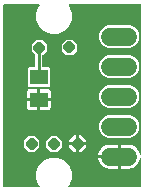
<source format=gbr>
G04 EAGLE Gerber RS-274X export*
G75*
%MOMM*%
%FSLAX34Y34*%
%LPD*%
%INBottom Copper*%
%IPPOS*%
%AMOC8*
5,1,8,0,0,1.08239X$1,22.5*%
G01*
%ADD10P,1.034332X8X292.500000*%
%ADD11C,1.524000*%
%ADD12R,1.500000X1.300000*%
%ADD13C,0.254000*%

G36*
X35348Y5096D02*
X35348Y5096D01*
X35437Y5106D01*
X35458Y5116D01*
X35482Y5120D01*
X35558Y5166D01*
X35638Y5205D01*
X35654Y5222D01*
X35675Y5235D01*
X35731Y5304D01*
X35792Y5368D01*
X35801Y5390D01*
X35816Y5409D01*
X35845Y5493D01*
X35879Y5575D01*
X35880Y5599D01*
X35888Y5621D01*
X35885Y5710D01*
X35889Y5799D01*
X35882Y5822D01*
X35881Y5846D01*
X35848Y5928D01*
X35821Y6013D01*
X35805Y6034D01*
X35797Y6053D01*
X35763Y6091D01*
X35709Y6163D01*
X35215Y6657D01*
X32919Y12200D01*
X32919Y18200D01*
X35215Y23743D01*
X39457Y27985D01*
X45000Y30281D01*
X51000Y30281D01*
X56543Y27985D01*
X60785Y23743D01*
X63081Y18200D01*
X63081Y12200D01*
X60785Y6657D01*
X60291Y6163D01*
X60240Y6090D01*
X60184Y6021D01*
X60176Y5999D01*
X60163Y5979D01*
X60141Y5893D01*
X60112Y5809D01*
X60113Y5785D01*
X60107Y5762D01*
X60116Y5673D01*
X60119Y5584D01*
X60128Y5563D01*
X60130Y5539D01*
X60170Y5459D01*
X60203Y5377D01*
X60219Y5359D01*
X60229Y5338D01*
X60294Y5277D01*
X60354Y5211D01*
X60375Y5200D01*
X60393Y5184D01*
X60475Y5149D01*
X60554Y5108D01*
X60580Y5105D01*
X60599Y5096D01*
X60650Y5094D01*
X60739Y5081D01*
X121285Y5081D01*
X121350Y5092D01*
X121416Y5094D01*
X121459Y5112D01*
X121506Y5120D01*
X121563Y5154D01*
X121623Y5179D01*
X121658Y5210D01*
X121699Y5235D01*
X121741Y5286D01*
X121789Y5330D01*
X121811Y5372D01*
X121840Y5409D01*
X121861Y5471D01*
X121892Y5530D01*
X121900Y5584D01*
X121912Y5621D01*
X121911Y5661D01*
X121919Y5715D01*
X121919Y29530D01*
X121908Y29592D01*
X121907Y29655D01*
X121888Y29702D01*
X121880Y29751D01*
X121847Y29805D01*
X121824Y29864D01*
X121791Y29901D01*
X121765Y29944D01*
X121717Y29984D01*
X121674Y30031D01*
X121630Y30054D01*
X121591Y30085D01*
X121532Y30106D01*
X121476Y30135D01*
X121426Y30141D01*
X121379Y30157D01*
X121316Y30155D01*
X121253Y30163D01*
X121204Y30152D01*
X121154Y30151D01*
X121096Y30127D01*
X121035Y30113D01*
X120993Y30085D01*
X120947Y30066D01*
X120900Y30024D01*
X120847Y29989D01*
X120818Y29949D01*
X120781Y29915D01*
X120752Y29859D01*
X120715Y29808D01*
X120697Y29752D01*
X120678Y29715D01*
X120672Y29671D01*
X120659Y29629D01*
X120531Y28821D01*
X120036Y27300D01*
X119310Y25875D01*
X118370Y24581D01*
X117239Y23450D01*
X115945Y22510D01*
X114520Y21784D01*
X112999Y21289D01*
X111420Y21039D01*
X104269Y21039D01*
X104269Y30565D01*
X104258Y30630D01*
X104256Y30695D01*
X104238Y30739D01*
X104230Y30786D01*
X104196Y30842D01*
X104171Y30903D01*
X104139Y30938D01*
X104115Y30979D01*
X104064Y31020D01*
X104020Y31069D01*
X103978Y31091D01*
X103941Y31120D01*
X103879Y31141D01*
X103820Y31171D01*
X103766Y31180D01*
X103729Y31192D01*
X103689Y31191D01*
X103635Y31199D01*
X102999Y31199D01*
X102999Y31201D01*
X103635Y31201D01*
X103700Y31213D01*
X103765Y31214D01*
X103809Y31232D01*
X103856Y31241D01*
X103913Y31274D01*
X103973Y31299D01*
X104008Y31331D01*
X104049Y31355D01*
X104090Y31406D01*
X104139Y31450D01*
X104161Y31492D01*
X104190Y31529D01*
X104211Y31591D01*
X104242Y31650D01*
X104250Y31704D01*
X104262Y31741D01*
X104261Y31781D01*
X104269Y31835D01*
X104269Y41361D01*
X111420Y41361D01*
X112999Y41111D01*
X114520Y40616D01*
X115945Y39890D01*
X117239Y38950D01*
X118370Y37819D01*
X119310Y36525D01*
X120036Y35100D01*
X120531Y33579D01*
X120659Y32771D01*
X120679Y32711D01*
X120690Y32649D01*
X120716Y32606D01*
X120732Y32559D01*
X120772Y32510D01*
X120805Y32456D01*
X120843Y32425D01*
X120875Y32386D01*
X120930Y32354D01*
X120979Y32315D01*
X121026Y32299D01*
X121069Y32274D01*
X121132Y32263D01*
X121191Y32243D01*
X121241Y32244D01*
X121291Y32236D01*
X121353Y32247D01*
X121416Y32249D01*
X121462Y32268D01*
X121511Y32277D01*
X121565Y32310D01*
X121623Y32334D01*
X121660Y32367D01*
X121703Y32393D01*
X121743Y32443D01*
X121789Y32485D01*
X121812Y32530D01*
X121843Y32569D01*
X121863Y32629D01*
X121892Y32685D01*
X121900Y32743D01*
X121913Y32782D01*
X121913Y32826D01*
X121919Y32870D01*
X121919Y159385D01*
X121908Y159450D01*
X121906Y159516D01*
X121888Y159559D01*
X121880Y159606D01*
X121846Y159663D01*
X121821Y159723D01*
X121790Y159758D01*
X121765Y159799D01*
X121714Y159841D01*
X121670Y159889D01*
X121628Y159911D01*
X121591Y159940D01*
X121529Y159961D01*
X121470Y159992D01*
X121416Y160000D01*
X121379Y160012D01*
X121339Y160011D01*
X121285Y160019D01*
X60839Y160019D01*
X60752Y160004D01*
X60663Y159994D01*
X60642Y159984D01*
X60618Y159980D01*
X60542Y159934D01*
X60462Y159895D01*
X60446Y159878D01*
X60425Y159865D01*
X60369Y159796D01*
X60308Y159732D01*
X60299Y159710D01*
X60284Y159691D01*
X60255Y159607D01*
X60221Y159525D01*
X60220Y159501D01*
X60212Y159479D01*
X60215Y159390D01*
X60211Y159301D01*
X60218Y159278D01*
X60219Y159254D01*
X60252Y159172D01*
X60279Y159087D01*
X60295Y159066D01*
X60303Y159047D01*
X60337Y159009D01*
X60391Y158937D01*
X60785Y158543D01*
X63081Y153000D01*
X63081Y147000D01*
X60785Y141457D01*
X56543Y137215D01*
X51000Y134919D01*
X45000Y134919D01*
X39457Y137215D01*
X35215Y141457D01*
X32919Y147000D01*
X32919Y153000D01*
X35215Y158543D01*
X35609Y158937D01*
X35660Y159010D01*
X35716Y159079D01*
X35724Y159101D01*
X35737Y159121D01*
X35759Y159207D01*
X35788Y159291D01*
X35787Y159315D01*
X35793Y159338D01*
X35784Y159427D01*
X35781Y159516D01*
X35772Y159537D01*
X35770Y159561D01*
X35730Y159641D01*
X35697Y159723D01*
X35681Y159741D01*
X35671Y159762D01*
X35606Y159823D01*
X35546Y159889D01*
X35525Y159900D01*
X35507Y159916D01*
X35425Y159951D01*
X35346Y159992D01*
X35320Y159995D01*
X35301Y160004D01*
X35250Y160006D01*
X35161Y160019D01*
X5715Y160019D01*
X5650Y160008D01*
X5584Y160006D01*
X5541Y159988D01*
X5494Y159980D01*
X5437Y159946D01*
X5377Y159921D01*
X5342Y159890D01*
X5301Y159865D01*
X5259Y159814D01*
X5211Y159770D01*
X5189Y159728D01*
X5160Y159691D01*
X5139Y159629D01*
X5108Y159570D01*
X5100Y159516D01*
X5088Y159479D01*
X5089Y159439D01*
X5081Y159385D01*
X5081Y5715D01*
X5092Y5650D01*
X5094Y5584D01*
X5112Y5541D01*
X5120Y5494D01*
X5154Y5437D01*
X5179Y5377D01*
X5210Y5342D01*
X5235Y5301D01*
X5286Y5259D01*
X5330Y5211D01*
X5372Y5189D01*
X5409Y5160D01*
X5471Y5139D01*
X5530Y5108D01*
X5584Y5100D01*
X5621Y5088D01*
X5661Y5089D01*
X5715Y5081D01*
X35261Y5081D01*
X35348Y5096D01*
G37*
%LPC*%
G36*
X93510Y123401D02*
X93510Y123401D01*
X90056Y124832D01*
X87412Y127476D01*
X85981Y130930D01*
X85981Y134670D01*
X87412Y138124D01*
X90056Y140768D01*
X93510Y142199D01*
X112490Y142199D01*
X115944Y140768D01*
X118588Y138124D01*
X120019Y134670D01*
X120019Y130930D01*
X118588Y127476D01*
X115944Y124832D01*
X112490Y123401D01*
X93510Y123401D01*
G37*
%LPD*%
%LPC*%
G36*
X93510Y98001D02*
X93510Y98001D01*
X90056Y99432D01*
X87412Y102076D01*
X85981Y105530D01*
X85981Y109270D01*
X87412Y112724D01*
X90056Y115368D01*
X93510Y116799D01*
X112490Y116799D01*
X115944Y115368D01*
X118588Y112724D01*
X120019Y109270D01*
X120019Y105530D01*
X118588Y102076D01*
X115944Y99432D01*
X112490Y98001D01*
X93510Y98001D01*
G37*
%LPD*%
%LPC*%
G36*
X93510Y72601D02*
X93510Y72601D01*
X90056Y74032D01*
X87412Y76676D01*
X85981Y80130D01*
X85981Y83870D01*
X87412Y87324D01*
X90056Y89968D01*
X93510Y91399D01*
X112490Y91399D01*
X115944Y89968D01*
X118588Y87324D01*
X120019Y83870D01*
X120019Y80130D01*
X118588Y76676D01*
X115944Y74032D01*
X112490Y72601D01*
X93510Y72601D01*
G37*
%LPD*%
%LPC*%
G36*
X93510Y47201D02*
X93510Y47201D01*
X90056Y48632D01*
X87412Y51276D01*
X85981Y54730D01*
X85981Y58470D01*
X87412Y61924D01*
X90056Y64568D01*
X93510Y65999D01*
X112490Y65999D01*
X115944Y64568D01*
X118588Y61924D01*
X120019Y58470D01*
X120019Y54730D01*
X118588Y51276D01*
X115944Y48632D01*
X112490Y47201D01*
X93510Y47201D01*
G37*
%LPD*%
%LPC*%
G36*
X26763Y90221D02*
X26763Y90221D01*
X25721Y91263D01*
X25721Y105737D01*
X26763Y106779D01*
X31317Y106779D01*
X31382Y106790D01*
X31448Y106792D01*
X31491Y106810D01*
X31538Y106818D01*
X31595Y106852D01*
X31655Y106877D01*
X31690Y106908D01*
X31731Y106933D01*
X31773Y106984D01*
X31821Y107028D01*
X31843Y107070D01*
X31872Y107107D01*
X31893Y107169D01*
X31924Y107228D01*
X31932Y107282D01*
X31944Y107319D01*
X31943Y107359D01*
X31951Y107413D01*
X31951Y117313D01*
X31944Y117355D01*
X31946Y117398D01*
X31924Y117465D01*
X31912Y117534D01*
X31890Y117571D01*
X31877Y117611D01*
X31823Y117684D01*
X31797Y117727D01*
X31781Y117741D01*
X31765Y117762D01*
X28843Y120684D01*
X28843Y126116D01*
X32684Y129957D01*
X38116Y129957D01*
X41957Y126116D01*
X41957Y120684D01*
X38235Y116962D01*
X38210Y116927D01*
X38179Y116898D01*
X38147Y116836D01*
X38106Y116778D01*
X38096Y116737D01*
X38076Y116699D01*
X38063Y116609D01*
X38050Y116560D01*
X38053Y116540D01*
X38049Y116513D01*
X38049Y107413D01*
X38060Y107348D01*
X38062Y107282D01*
X38080Y107239D01*
X38088Y107192D01*
X38122Y107135D01*
X38147Y107075D01*
X38178Y107040D01*
X38203Y106999D01*
X38254Y106957D01*
X38298Y106909D01*
X38340Y106887D01*
X38377Y106858D01*
X38439Y106837D01*
X38498Y106806D01*
X38552Y106798D01*
X38589Y106786D01*
X38629Y106787D01*
X38683Y106779D01*
X43237Y106779D01*
X44279Y105737D01*
X44279Y91263D01*
X43237Y90221D01*
X26763Y90221D01*
G37*
%LPD*%
%LPC*%
G36*
X58184Y117043D02*
X58184Y117043D01*
X54343Y120884D01*
X54343Y126316D01*
X58184Y130157D01*
X63616Y130157D01*
X67457Y126316D01*
X67457Y120884D01*
X63616Y117043D01*
X58184Y117043D01*
G37*
%LPD*%
%LPC*%
G36*
X45184Y35443D02*
X45184Y35443D01*
X41343Y39284D01*
X41343Y44716D01*
X45184Y48557D01*
X50616Y48557D01*
X54457Y44716D01*
X54457Y39284D01*
X50616Y35443D01*
X45184Y35443D01*
G37*
%LPD*%
%LPC*%
G36*
X26184Y35443D02*
X26184Y35443D01*
X22343Y39284D01*
X22343Y44716D01*
X26184Y48557D01*
X31616Y48557D01*
X35457Y44716D01*
X35457Y39284D01*
X31616Y35443D01*
X26184Y35443D01*
G37*
%LPD*%
%LPC*%
G36*
X85294Y32469D02*
X85294Y32469D01*
X85469Y33579D01*
X85964Y35100D01*
X86690Y36525D01*
X87630Y37819D01*
X88761Y38950D01*
X90055Y39890D01*
X91480Y40616D01*
X93001Y41111D01*
X94580Y41361D01*
X101731Y41361D01*
X101731Y32469D01*
X85294Y32469D01*
G37*
%LPD*%
%LPC*%
G36*
X94580Y21039D02*
X94580Y21039D01*
X93001Y21289D01*
X91480Y21784D01*
X90055Y22510D01*
X88761Y23450D01*
X87630Y24581D01*
X86690Y25875D01*
X85964Y27300D01*
X85469Y28821D01*
X85294Y29931D01*
X101731Y29931D01*
X101731Y21039D01*
X94580Y21039D01*
G37*
%LPD*%
%LPC*%
G36*
X36269Y80769D02*
X36269Y80769D01*
X36269Y88541D01*
X42835Y88541D01*
X43481Y88368D01*
X44060Y88033D01*
X44533Y87560D01*
X44868Y86981D01*
X45041Y86335D01*
X45041Y80769D01*
X36269Y80769D01*
G37*
%LPD*%
%LPC*%
G36*
X24959Y80769D02*
X24959Y80769D01*
X24959Y86335D01*
X25132Y86981D01*
X25467Y87560D01*
X25940Y88033D01*
X26519Y88368D01*
X27165Y88541D01*
X33731Y88541D01*
X33731Y80769D01*
X24959Y80769D01*
G37*
%LPD*%
%LPC*%
G36*
X36269Y70459D02*
X36269Y70459D01*
X36269Y78231D01*
X45041Y78231D01*
X45041Y72665D01*
X44868Y72019D01*
X44533Y71440D01*
X44060Y70967D01*
X43481Y70632D01*
X42835Y70459D01*
X36269Y70459D01*
G37*
%LPD*%
%LPC*%
G36*
X27165Y70459D02*
X27165Y70459D01*
X26519Y70632D01*
X25940Y70967D01*
X25467Y71440D01*
X25132Y72019D01*
X24959Y72665D01*
X24959Y78231D01*
X33731Y78231D01*
X33731Y70459D01*
X27165Y70459D01*
G37*
%LPD*%
%LPC*%
G36*
X69169Y43269D02*
X69169Y43269D01*
X69169Y49319D01*
X70932Y49319D01*
X75219Y45032D01*
X75219Y43269D01*
X69169Y43269D01*
G37*
%LPD*%
%LPC*%
G36*
X60581Y43269D02*
X60581Y43269D01*
X60581Y45032D01*
X64868Y49319D01*
X66631Y49319D01*
X66631Y43269D01*
X60581Y43269D01*
G37*
%LPD*%
%LPC*%
G36*
X69169Y34681D02*
X69169Y34681D01*
X69169Y40731D01*
X75219Y40731D01*
X75219Y38968D01*
X70932Y34681D01*
X69169Y34681D01*
G37*
%LPD*%
%LPC*%
G36*
X64868Y34681D02*
X64868Y34681D01*
X60581Y38968D01*
X60581Y40731D01*
X66631Y40731D01*
X66631Y34681D01*
X64868Y34681D01*
G37*
%LPD*%
%LPC*%
G36*
X67899Y41999D02*
X67899Y41999D01*
X67899Y42001D01*
X67901Y42001D01*
X67901Y41999D01*
X67899Y41999D01*
G37*
%LPD*%
%LPC*%
G36*
X34999Y79499D02*
X34999Y79499D01*
X34999Y79501D01*
X35001Y79501D01*
X35001Y79499D01*
X34999Y79499D01*
G37*
%LPD*%
D10*
X35400Y123400D03*
X60900Y123600D03*
X28900Y42000D03*
X47900Y42000D03*
X67900Y42000D03*
D11*
X95380Y132800D02*
X110620Y132800D01*
X110620Y107400D02*
X95380Y107400D01*
X95380Y82000D02*
X110620Y82000D01*
X110620Y56600D02*
X95380Y56600D01*
X95380Y31200D02*
X110620Y31200D01*
D12*
X35000Y98500D03*
X35000Y79500D03*
D13*
X35000Y98500D02*
X35000Y123000D01*
X35400Y123400D01*
M02*

</source>
